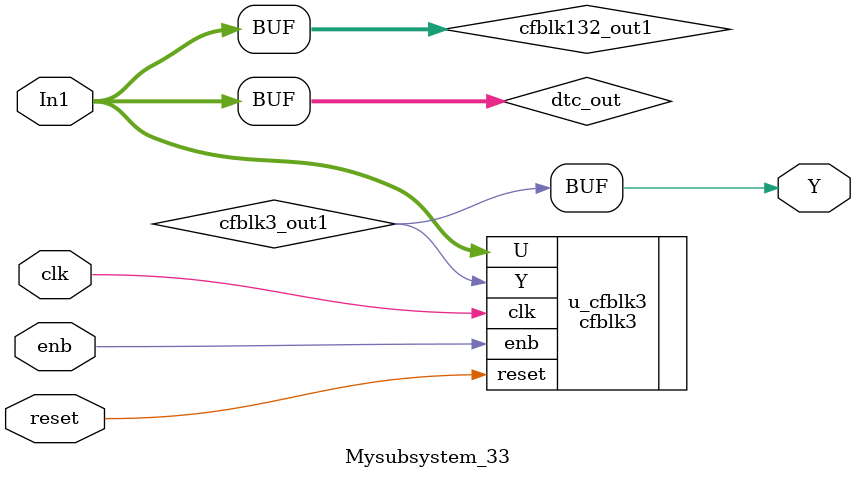
<source format=v>



`timescale 1 ns / 1 ns

module Mysubsystem_33
          (clk,
           reset,
           enb,
           In1,
           Y);


  input   clk;
  input   reset;
  input   enb;
  input   [7:0] In1;  // uint8
  output  Y;


  wire [7:0] dtc_out;  // ufix8
  wire [7:0] cfblk132_out1;  // uint8
  wire cfblk3_out1;


  assign dtc_out = In1;



  assign cfblk132_out1 = dtc_out;



  cfblk3 u_cfblk3 (.clk(clk),
                   .reset(reset),
                   .enb(enb),
                   .U(cfblk132_out1),  // uint8
                   .Y(cfblk3_out1)
                   );

  assign Y = cfblk3_out1;

endmodule  // Mysubsystem_33


</source>
